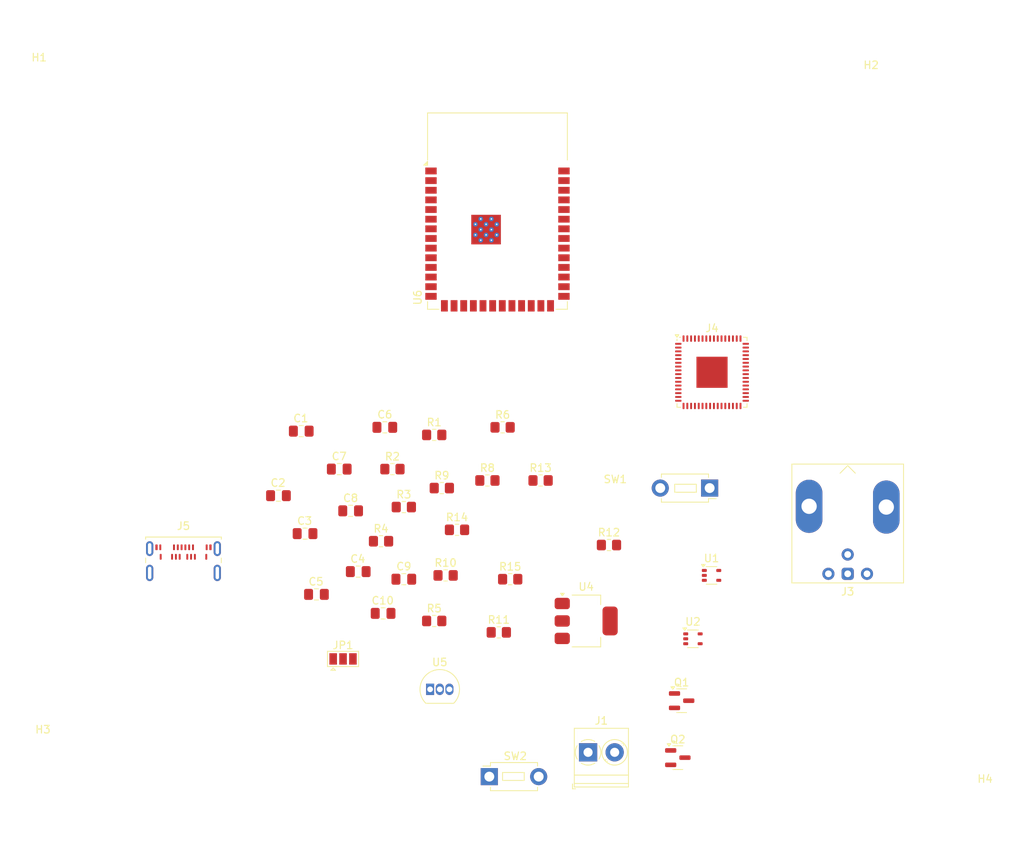
<source format=kicad_pcb>
(kicad_pcb (version 20240108) (generator "pcbnew") (generator_version "8.0")
  (layers (0 "F.Cu" signal) (31 "B.Cu" signal) (34 "B.Paste" user) (35 "F.Paste" user) (36 "B.SilkS" user "B.Silkscreen") (37 "F.SilkS" user "F.Silkscreen") (38 "B.Mask" user) (39 "F.Mask" user) (44 "Edge.Cuts" user))
  (net 0 "")
  (net 1 "GND")
  (net 2 "+3.3 [V]")
  (net 3 "/+5 V")
  (net 4 "/+3.3 V")
  (net 5 "/GPIO0_Strapping")
  (net 6 "/CHIP_PU")
  (net 7 "Net-(U1-+)")
  (net 8 "/temp")
  (net 9 "/electrode +")
  (net 10 "/electrode -")
  (net 11 "/RXD")
  (net 12 "/DTR")
  (net 13 "/RTS")
  (net 14 "/TXD")
  (net 18 "Net-(JP1-C)")
  (net 19 "Net-(Q1-C)")
  (net 20 "Net-(Q1-B)")
  (net 21 "Net-(Q2-E)")
  (net 22 "Net-(Q2-B)")
  (net 23 "Net-(U2--)")
  (net 24 "/pH")
  (net 25 "Net-(U5-K)")
  (net 26 "/GPIO46_Strapping")
  (net 27 "/GPIO3_Strapping")
  (footprint "Package_TO_SOT_SMD:SOT-23" (layer "F.Cu") (at 154.0625 122.5)
    (property "Reference" "Q2" (at 0 -2.4 0) (layer "F.SilkS"))
    (property "Value" "SS8050")
    (fp_line (start 0 -1.56) (end -0.65 -1.56) (stroke (width 0.12)) (layer "F.SilkS"))
    (fp_line (start 0 -1.56) (end 0.65 -1.56) (stroke (width 0.12)) (layer "F.SilkS"))
    (fp_line (start 0 1.56) (end -0.65 1.56) (stroke (width 0.12)) (layer "F.SilkS"))
    (fp_line (start 0 1.56) (end 0.65 1.56) (stroke (width 0.12)) (layer "F.SilkS"))
    (fp_poly (pts (xy -1.1625 -1.51) (xy -1.4025 -1.84) (xy -0.9225 -1.84) (xy -1.1625 -1.51)) (stroke (width 0.12)) (fill solid) (layer "F.SilkS"))
    (pad "1" smd roundrect (at -0.9375 -0.95) (size 1.475 0.6) (layers "F.Cu" "F.Paste" "F.Mask") (net 22 "Net-(Q2-B)"))
    (pad "2" smd roundrect (at -0.9375 0.95) (size 1.475 0.6) (layers "F.Cu" "F.Paste" "F.Mask") (net 21 "Net-(Q2-E)"))
    (pad "3" smd roundrect (at 0.9375 0) (size 1.475 0.6) (layers "F.Cu" "F.Paste" "F.Mask") (net 12 "/DTR"))
  )
  (footprint "Capacitor_SMD:C_0805_2012Metric_Pad1.18x1.45mm_HandSolder" (layer "F.Cu") (at 112 98)
    (property "Reference" "C4" (at -0.0525 -1.68 0) (layer "F.SilkS"))
    (property "Value" "0.1 [uF]")
    (fp_line (start -0.261252 -0.735) (end 0.261252 -0.735) (stroke (width 0.12)) (layer "F.SilkS"))
    (fp_line (start -0.261252 0.735) (end 0.261252 0.735) (stroke (width 0.12)) (layer "F.SilkS"))
    (pad "1" smd roundrect (at -1.0375 0) (size 1.175 1.45) (layers "F.Cu" "F.Paste" "F.Mask") (roundrect_rratio 0.212766) (net 2 "+3.3 [V]"))
    (pad "2" smd roundrect (at 1.0375 0) (size 1.175 1.45) (layers "F.Cu" "F.Paste" "F.Mask") (roundrect_rratio 0.212766) (net 1 "GND"))
  )
  (footprint "Button_Switch_THT:SW_PUSH_1P1T_6x3.5mm_H5.0_APEM_MJTP1250" (layer "F.Cu") (at 158.25 87 180)
    (property "Reference" "SW1" (at 12.42 1.16 360) (layer "F.SilkS"))
    (property "Value" "SW_Push")
    (fp_line (start 6.35 1.39) (end 6.35 1.85) (stroke (width 0.12)) (layer "F.SilkS"))
    (fp_line (start 6.35 -1.85) (end 6.35 -1.39) (stroke (width 0.12)) (layer "F.SilkS"))
    (fp_line (start 6.35 -1.85) (end 0.15 -1.85) (stroke (width 0.12)) (layer "F.SilkS"))
    (fp_line (start 0.15 1.85) (end 6.35 1.85) (stroke (width 0.12)) (layer "F.SilkS"))
    (fp_line (start 0.15 1.39) (end 0.15 1.85) (stroke (width 0.12)) (layer "F.SilkS"))
    (fp_line (start 0.15 -1.39) (end -0.85 -1.39) (stroke (width 0.12)) (layer "F.SilkS"))
    (fp_line (start 0.15 -1.85) (end 0.15 -1.39) (stroke (width 0.12)) (layer "F.SilkS"))
    (fp_rect (start 1.75 -0.55) (end 4.6 0.5) (stroke (width 0.12)) (fill none) (layer "F.SilkS"))
    (pad "1" thru_hole rect (at 0 0 270) (size 2.25 2.25) (drill 1.3) (layers "*.Cu" "*.Mask") (net 1 "GND"))
    (pad "2" thru_hole circle (at 6.5 0 270) (size 2.25 2.25) (drill 1.3) (layers "*.Cu" "*.Mask") (net 5 "/GPIO0_Strapping"))
  )
  (footprint "Resistor_SMD:R_0805_2012Metric_Pad1.20x1.40mm_HandSolder" (layer "F.Cu") (at 115 94)
    (property "Reference" "R4" (at 0 -1.65 0) (layer "F.SilkS"))
    (property "Value" "1 [kΩ]")
    (fp_line (start -0.227064 -0.735) (end 0.227064 -0.735) (stroke (width 0.12)) (layer "F.SilkS"))
    (fp_line (start -0.227064 0.735) (end 0.227064 0.735) (stroke (width 0.12)) (layer "F.SilkS"))
    (pad "1" smd roundrect (at -1 0) (size 1.2 1.4) (layers "F.Cu" "F.Paste" "F.Mask") (roundrect_rratio 0.208333) (net 25 "Net-(U5-K)"))
    (pad "2" smd roundrect (at 1 0) (size 1.2 1.4) (layers "F.Cu" "F.Paste" "F.Mask") (roundrect_rratio 0.208333) (net 2 "+3.3 [V]"))
  )
  (footprint "Capacitor_SMD:C_0805_2012Metric_Pad1.18x1.45mm_HandSolder" (layer "F.Cu") (at 115.5 79)
    (property "Reference" "C6" (at 0 -1.68 0) (layer "F.SilkS"))
    (property "Value" "1000 [nF]")
    (fp_line (start -0.261252 -0.735) (end 0.261252 -0.735) (stroke (width 0.12)) (layer "F.SilkS"))
    (fp_line (start -0.261252 0.735) (end 0.261252 0.735) (stroke (width 0.12)) (layer "F.SilkS"))
    (pad "1" smd roundrect (at -1.0375 0) (size 1.175 1.45) (layers "F.Cu" "F.Paste" "F.Mask") (roundrect_rratio 0.212766) (net 6 "/CHIP_PU"))
    (pad "2" smd roundrect (at 1.0375 0) (size 1.175 1.45) (layers "F.Cu" "F.Paste" "F.Mask") (roundrect_rratio 0.212766) (net 1 "GND"))
  )
  (footprint "Resistor_SMD:R_0805_2012Metric_Pad1.20x1.40mm_HandSolder" (layer "F.Cu") (at 132 99)
    (property "Reference" "R15" (at 0 -1.65 0) (layer "F.SilkS"))
    (property "Value" "10 [kΩ]")
    (fp_line (start -0.227064 -0.735) (end 0.227064 -0.735) (stroke (width 0.12)) (layer "F.SilkS"))
    (fp_line (start -0.227064 0.735) (end 0.227064 0.735) (stroke (width 0.12)) (layer "F.SilkS"))
    (pad "1" smd roundrect (at -1 0) (size 1.2 1.4) (layers "F.Cu" "F.Paste" "F.Mask") (roundrect_rratio 0.208333) (net 12 "/DTR"))
    (pad "2" smd roundrect (at 1 0) (size 1.2 1.4) (layers "F.Cu" "F.Paste" "F.Mask") (roundrect_rratio 0.208333) (net 20 "Net-(Q1-B)"))
  )
  (footprint "Capacitor_SMD:C_0805_2012Metric_Pad1.18x1.45mm_HandSolder" (layer "F.Cu") (at 104.5 79.5)
    (property "Reference" "C1" (at -0.0525 -1.68 0) (layer "F.SilkS"))
    (property "Value" "0.1 [uF]")
    (fp_line (start -0.261252 -0.735) (end 0.261252 -0.735) (stroke (width 0.12)) (layer "F.SilkS"))
    (fp_line (start -0.261252 0.735) (end 0.261252 0.735) (stroke (width 0.12)) (layer "F.SilkS"))
    (pad "1" smd roundrect (at -1.0375 0) (size 1.175 1.45) (layers "F.Cu" "F.Paste" "F.Mask") (roundrect_rratio 0.212766) (net 2 "+3.3 [V]"))
    (pad "2" smd roundrect (at 1.0375 0) (size 1.175 1.45) (layers "F.Cu" "F.Paste" "F.Mask") (roundrect_rratio 0.212766) (net 1 "GND"))
  )
  (footprint "TerminalBlock_Phoenix:TerminalBlock_Phoenix_PT-1,5-2-3.5-H_1x02_P3.50mm_Horizontal" (layer "F.Cu") (at 142.25 121.8)
    (property "Reference" "J1" (at 1.75 -4.16 0) (layer "F.SilkS"))
    (property "Value" "DS18B20")
    (fp_line (start -2.05 4.16) (end -2.05 4.8) (stroke (width 0.12)) (layer "F.SilkS"))
    (fp_line (start -2.05 4.8) (end -1.65 4.8) (stroke (width 0.12)) (layer "F.SilkS"))
    (fp_line (start -1.81 -3.16) (end -1.81 4.56) (stroke (width 0.12)) (layer "F.SilkS"))
    (fp_line (start -1.81 -3.16) (end 5.31 -3.16) (stroke (width 0.12)) (layer "F.SilkS"))
    (fp_line (start -1.81 3) (end 5.31 3) (stroke (width 0.12)) (layer "F.SilkS"))
    (fp_line (start -1.81 4.1) (end 5.31 4.1) (stroke (width 0.12)) (layer "F.SilkS"))
    (fp_line (start -1.81 4.56) (end 5.31 4.56) (stroke (width 0.12)) (layer "F.SilkS"))
    (fp_line (start 2.355 0.941) (end 2.226 1.069) (stroke (width 0.12)) (layer "F.SilkS"))
    (fp_line (start 2.525 1.181) (end 2.431 1.274) (stroke (width 0.12)) (layer "F.SilkS"))
    (fp_line (start 4.57 -1.275) (end 4.476 -1.181) (stroke (width 0.12)) (layer "F.SilkS"))
    (fp_line (start 4.775 -1.069) (end 4.646 -0.941) (stroke (width 0.12)) (layer "F.SilkS"))
    (fp_line (start 5.31 -3.16) (end 5.31 4.56) (stroke (width 0.12)) (layer "F.SilkS"))
    (fp_arc (start -1.425358 0.889894) (mid -1.680286 0.014012) (end -1.44 -0.866) (stroke (width 0.12)) (layer "F.SilkS"))
    (fp_arc (start -0.889894 -1.425358) (mid -0.014012 -1.680286) (end 0.866 -1.44) (stroke (width 0.12)) (layer "F.SilkS"))
    (fp_arc (start 0.028674 1.680099) (mid -0.435535 1.622918) (end -0.866 1.44) (stroke (width 0.12)) (layer "F.SilkS"))
    (fp_arc (start 0.890264 1.424721) (mid 0.463071 1.61492) (end 0 1.68) (stroke (width 0.12)) (layer "F.SilkS"))
    (fp_arc (start 1.425504 -0.890193) (mid 1.680626 0.000476) (end 1.425 0.891) (stroke (width 0.12)) (layer "F.SilkS"))
    (fp_circle (center 3.5 0) (end 5.18 0) (stroke (width 0.12)) (fill none) (layer "F.SilkS"))
    (pad "1" thru_hole rect (at 0 0) (size 2.4 2.4) (drill 1.2) (layers "*.Cu" "*.Mask") (net 8 "/temp"))
    (pad "2" thru_hole circle (at 3.5 0) (size 2.4 2.4) (drill 1.2) (layers "*.Cu" "*.Mask") (net 2 "+3.3 [V]"))
  )
  (footprint "Capacitor_SMD:C_0805_2012Metric_Pad1.18x1.45mm_HandSolder" (layer "F.Cu") (at 115.2725 103.5)
    (property "Reference" "C10" (at -0.0525 -1.68 0) (layer "F.SilkS"))
    (property "Value" "100 [uF]")
    (fp_line (start -0.261252 -0.735) (end 0.261252 -0.735) (stroke (width 0.12)) (layer "F.SilkS"))
    (fp_line (start -0.261252 0.735) (end 0.261252 0.735) (stroke (width 0.12)) (layer "F.SilkS"))
    (pad "1" smd roundrect (at -1.0375 0) (size 1.175 1.45) (layers "F.Cu" "F.Paste" "F.Mask") (roundrect_rratio 0.212766) (net 4 "/+3.3 V"))
    (pad "2" smd roundrect (at 1.0375 0) (size 1.175 1.45) (layers "F.Cu" "F.Paste" "F.Mask") (roundrect_rratio 0.212766) (net 1 "GND"))
  )
  (footprint "Jumper:SolderJumper-3_P1.3mm_Open_Pad1.0x1.5mm" (layer "F.Cu") (at 110 109.5)
    (property "Reference" "JP1" (at 0 -1.8 0) (layer "F.SilkS"))
    (property "Value" "SolderJumper_3_Open")
    (fp_line (start -2.05 -1) (end 2.05 -1) (stroke (width 0.12)) (layer "F.SilkS"))
    (fp_line (start -2.05 1) (end -2.05 -1) (stroke (width 0.12)) (layer "F.SilkS"))
    (fp_line (start -1.6 1.5) (end -1 1.5) (stroke (width 0.12)) (layer "F.SilkS"))
    (fp_line (start -1.3 1.2) (end -1.6 1.5) (stroke (width 0.12)) (layer "F.SilkS"))
    (fp_line (start -1.3 1.2) (end -1 1.5) (stroke (width 0.12)) (layer "F.SilkS"))
    (fp_line (start 2.05 -1) (end 2.05 1) (stroke (width 0.12)) (layer "F.SilkS"))
    (fp_line (start 2.05 1) (end -2.05 1) (stroke (width 0.12)) (layer "F.SilkS"))
    (pad "1" smd rect (at -1.3 0) (size 1 1.5) (layers "F.Cu" "F.Mask") (net 2 "+3.3 [V]"))
    (pad "2" smd rect (at 0 0) (size 1 1.5) (layers "F.Cu" "F.Mask") (net 18 "Net-(JP1-C)"))
    (pad "3" smd rect (at 1.3 0) (size 1 1.5) (layers "F.Cu" "F.Mask") (net 1 "GND"))
  )
  (footprint "Resistor_SMD:R_0805_2012Metric_Pad1.20x1.40mm_HandSolder" (layer "F.Cu") (at 129 86)
    (property "Reference" "R8" (at 0 -1.65 0) (layer "F.SilkS"))
    (property "Value" "1 [kΩ]")
    (fp_line (start -0.227064 -0.735) (end 0.227064 -0.735) (stroke (width 0.12)) (layer "F.SilkS"))
    (fp_line (start -0.227064 0.735) (end 0.227064 0.735) (stroke (width 0.12)) (layer "F.SilkS"))
    (pad "1" smd roundrect (at -1 0) (size 1.2 1.4) (layers "F.Cu" "F.Paste" "F.Mask") (roundrect_rratio 0.208333) (net 26 "/GPIO46_Strapping"))
    (pad "2" smd roundrect (at 1 0) (size 1.2 1.4) (layers "F.Cu" "F.Paste" "F.Mask") (roundrect_rratio 0.208333) (net 2 "+3.3 [V]"))
  )
  (footprint "Resistor_SMD:R_0805_2012Metric_Pad1.20x1.40mm_HandSolder" (layer "F.Cu") (at 118 89.5)
    (property "Reference" "R3" (at 0 -1.65 0) (layer "F.SilkS"))
    (property "Value" "10 [kΩ]")
    (fp_line (start -0.227064 -0.735) (end 0.227064 -0.735) (stroke (width 0.12)) (layer "F.SilkS"))
    (fp_line (start -0.227064 0.735) (end 0.227064 0.735) (stroke (width 0.12)) (layer "F.SilkS"))
    (pad "1" smd roundrect (at -1 0) (size 1.2 1.4) (layers "F.Cu" "F.Paste" "F.Mask") (roundrect_rratio 0.208333) (net 24 "/pH"))
    (pad "2" smd roundrect (at 1 0) (size 1.2 1.4) (layers "F.Cu" "F.Paste" "F.Mask") (roundrect_rratio 0.208333) (net 23 "Net-(U2--)"))
  )
  (footprint "MountingHole:MountingHole_3.2mm_M3" (layer "F.Cu") (at 194.5 129.5)
    (property "Reference" "H4" (at 0 -4.2 0) (layer "F.SilkS"))
    (property "Value" "MountingHole")
    (pad "" np_thru_hole circle (at 0 0) (size 3.2 3.2) (drill 3.2) (layers "*.Cu" "*.Mask"))
  )
  (footprint "Capacitor_SMD:C_0805_2012Metric_Pad1.18x1.45mm_HandSolder" (layer "F.Cu") (at 111 90)
    (property "Reference" "C8" (at 0 -1.68 0) (layer "F.SilkS"))
    (property "Value" "0.1 [uF]")
    (fp_line (start -0.261252 -0.735) (end 0.261252 -0.735) (stroke (width 0.12)) (layer "F.SilkS"))
    (fp_line (start -0.261252 0.735) (end 0.261252 0.735) (stroke (width 0.12)) (layer "F.SilkS"))
    (pad "1" smd roundrect (at -1.0375 0) (size 1.175 1.45) (layers "F.Cu" "F.Paste" "F.Mask") (roundrect_rratio 0.212766) (net 4 "/+3.3 V"))
    (pad "2" smd roundrect (at 1.0375 0) (size 1.175 1.45) (layers "F.Cu" "F.Paste" "F.Mask") (roundrect_rratio 0.212766) (net 1 "GND"))
  )
  (footprint "Resistor_SMD:R_0805_2012Metric_Pad1.20x1.40mm_HandSolder" (layer "F.Cu") (at 122 80)
    (property "Reference" "R1" (at 0 -1.65 0) (layer "F.SilkS"))
    (property "Value" "4.7 [kΩ]")
    (fp_line (start -0.227064 -0.735) (end 0.227064 -0.735) (stroke (width 0.12)) (layer "F.SilkS"))
    (fp_line (start -0.227064 0.735) (end 0.227064 0.735) (stroke (width 0.12)) (layer "F.SilkS"))
    (pad "1" smd roundrect (at -1 0) (size 1.2 1.4) (layers "F.Cu" "F.Paste" "F.Mask") (roundrect_rratio 0.208333) (net 8 "/temp"))
    (pad "2" smd roundrect (at 1 0) (size 1.2 1.4) (layers "F.Cu" "F.Paste" "F.Mask") (roundrect_rratio 0.208333) (net 2 "+3.3 [V]"))
  )
  (footprint "Connector_Coaxial:BNC_Amphenol_031-6575_Horizontal" (layer "F.Cu") (at 176.42 98.29)
    (property "Reference" "J3" (at 0 2.35 0) (layer "F.SilkS"))
    (property "Value" "pH Probe")
    (fp_line (start -7.35 -14.45) (end 7.35 -14.45) (stroke (width 0.12)) (layer "F.SilkS"))
    (fp_line (start -7.35 1.2) (end -7.35 -14.45) (stroke (width 0.12)) (layer "F.SilkS"))
    (fp_line (start 0 -14.25) (end -1 -13.25) (stroke (width 0.12)) (layer "F.SilkS"))
    (fp_line (start 0 -14.25) (end 1 -13.25) (stroke (width 0.12)) (layer "F.SilkS"))
    (fp_line (start 7.35 -14.45) (end 7.35 1.2) (stroke (width 0.12)) (layer "F.SilkS"))
    (fp_line (start 7.35 1.2) (end -7.35 1.2) (stroke (width 0.12)) (layer "F.SilkS"))
    (pad "" thru_hole oval (at -5.08 -8.89) (size 3.5 7) (drill 2.01) (layers "*.Cu" "*.Mask"))
    (pad "" thru_hole oval (at 5.08 -8.79) (size 3.5 7) (drill 2.01) (layers "*.Cu" "*.Mask"))
    (pad "1" thru_hole roundrect (at 0 0) (size 1.6 1.6) (drill 0.89) (layers "*.Cu" "*.Mask") (net 9 "/electrode +"))
    (pad "2" thru_hole circle (at -2.54 0) (size 1.6 1.6) (drill 0.89) (layers "*.Cu" "*.Mask") (net 10 "/electrode -"))
    (pad "3" thru_hole circle (at 0 -2.54) (size 1.6 1.6) (drill 0.89) (layers "*.Cu" "*.Mask"))
    (pad "4" thru_hole circle (at 2.54 0) (size 1.6 1.6) (drill 0.89) (layers "*.Cu" "*.Mask"))
  )
  (footprint "Connector_USB:USB_C_Receptacle_Amphenol_124019772112A" (layer "F.Cu") (at 89 98)
    (property "Reference" "J5" (at 0 -6 0) (layer "F.SilkS"))
    (property "Value" "USB_C_Receptacle_PowerOnly_6P")
    (fp_line (start -4.98 -4.555) (end -4.98 -4.26) (stroke (width 0.12)) (layer "F.SilkS"))
    (fp_line (start -4.98 -1.16) (end -4.98 -1.79) (stroke (width 0.12)) (layer "F.SilkS"))
    (fp_line (start 4.98 -4.555) (end -4.98 -4.555) (stroke (width 0.12)) (layer "F.SilkS"))
    (fp_line (start 4.98 -4.26) (end 4.98 -4.555) (stroke (width 0.12)) (layer "F.SilkS"))
    (fp_line (start 4.98 -1.16) (end 4.98 -1.79) (stroke (width 0.12)) (layer "F.SilkS"))
    (pad "A1" smd roundrect (at -3.55 -3.2) (size 0.3 0.75) (layers "F.Cu" "F.Paste" "F.Mask"))
    (pad "A1" smd roundrect (at -3.05 -3.2) (size 0.25 0.75) (layers "F.Cu" "F.Paste" "F.Mask"))
    (pad "A1" smd roundrect (at 3.55 -3.2) (size 0.3 0.75) (layers "F.Cu" "F.Paste" "F.Mask"))
    (pad "A4" smd roundrect (at -1.25 -3.2) (size 0.25 0.75) (layers "F.Cu" "F.Paste" "F.Mask"))
    (pad "A5" smd roundrect (at -0.75 -3.2) (size 0.25 0.75) (layers "F.Cu" "F.Paste" "F.Mask"))
    (pad "A6" smd roundrect (at -0.25 -3.2) (size 0.25 0.75) (layers "F.Cu" "F.Paste" "F.Mask"))
    (pad "A7" smd roundrect (at 0.25 -3.2) (size 0.25 0.75) (layers "F.Cu" "F.Paste" "F.Mask"))
    (pad "A8" smd roundrect (at 0.75 -3.2) (size 0.25 0.75) (layers "F.Cu" "F.Paste" "F.Mask"))
    (pad "A9" smd roundrect (at 1.25 -3.2) (size 0.25 0.75) (layers "F.Cu" "F.Paste" "F.Mask") (net 3 "/+5 V"))
    (pad "A12" smd roundrect (at 3.05 -3.2) (size 0.25 0.75) (layers "F.Cu" "F.Paste" "F.Mask") (net 1 "GND"))
    (pad "B1" smd roundrect (at 3 -1.95) (size 0.25 0.75) (layers "F.Cu" "F.Paste" "F.Mask"))
    (pad "B4" smd roundrect (at 1.5 -1.95) (size 0.25 0.75) (layers "F.Cu" "F.Paste" "F.Mask"))
    (pad "B5" smd roundrect (at 1 -1.95) (size 0.25 0.75) (layers "F.Cu" "F.Paste" "F.Mask"))
    (pad "B6" smd roundrect (at 0.5 -1.95) (size 0.25 0.75) (layers "F.Cu" "F.Paste" "F.Mask"))
    (pad "B7" smd roundrect (at -0.5 -1.95) (size 0.25 0.75) (layers "F.Cu" "F.Paste" "F.Mask"))
    (pad "B8" smd roundrect (at -1 -1.95) (size 0.25 0.75) (layers "F.Cu" "F.Paste" "F.Mask"))
    (pad "B9" smd roundrect (at -1.5 -1.95) (size 0.25 0.75) (layers "F.Cu" "F.Paste" "F.Mask") (net 3 "/+5 V"))
    (pad "B12" smd roundrect (at -3 -1.95) (size 0.25 0.75) (layers "F.Cu" "F.Paste" "F.Mask") (net 1 "GND"))
    (pad "S1" thru_hole oval (at -4.45 -3.025) (size 0.95 1.95) (drill oval 0.45 1.45) (property pad_prop_heatsink) (layers "*.Cu" "*.Mask"))
    (pad "S1" thru_hole oval (at -4.45 0.175) (size 0.95 2.15) (drill oval 0.45 1.65) (property pad_prop_heatsink) (layers "*.Cu" "*.Mask"))
    (pad "S1" thru_hole oval (at 4.45 -3.025) (size 0.95 1.95) (drill oval 0.45 1.45) (property pad_prop_heatsink) (layers "*.Cu" "*.Mask"))
    (pad "S1" thru_hole oval (at 4.45 0.175) (size 0.95 2.15) (drill oval 0.45 1.65) (property pad_prop_heatsink) (layers "*.Cu" "*.Mask"))
  )
  (footprint "Resistor_SMD:R_0805_2012Metric_Pad1.20x1.40mm_HandSolder" (layer "F.Cu") (at 123 87)
    (property "Reference" "R9" (at 0 -1.65 0) (layer "F.SilkS"))
    (property "Value" "1 [kΩ]")
    (fp_line (start -0.227064 -0.735) (end 0.227064 -0.735) (stroke (width 0.12)) (layer "F.SilkS"))
    (fp_line (start -0.227064 0.735) (end 0.227064 0.735) (stroke (width 0.12)) (layer "F.SilkS"))
    (pad "1" smd roundrect (at -1 0) (size 1.2 1.4) (layers "F.Cu" "F.Paste" "F.Mask") (roundrect_rratio 0.208333) (net 27 "/GPIO3_Strapping"))
    (pad "2" smd roundrect (at 1 0) (size 1.2 1.4) (layers "F.Cu" "F.Paste" "F.Mask") (roundrect_rratio 0.208333) (net 18 "Net-(JP1-C)"))
  )
  (footprint "Capacitor_SMD:C_0805_2012Metric_Pad1.18x1.45mm_HandSolder" (layer "F.Cu") (at 118 99)
    (property "Reference" "C9" (at 0 -1.68 0) (layer "F.SilkS"))
    (property "Value" "10 [uF]")
    (fp_line (start -0.261252 -0.735) (end 0.261252 -0.735) (stroke (width 0.12)) (layer "F.SilkS"))
    (fp_line (start -0.261252 0.735) (end 0.261252 0.735) (stroke (width 0.12)) (layer "F.SilkS"))
    (pad "1" smd roundrect (at -1.0375 0) (size 1.175 1.45) (layers "F.Cu" "F.Paste" "F.Mask") (roundrect_rratio 0.212766) (net 4 "/+3.3 V"))
    (pad "2" smd roundrect (at 1.0375 0) (size 1.175 1.45) (layers "F.Cu" "F.Paste" "F.Mask") (roundrect_rratio 0.212766) (net 1 "GND"))
  )
  (footprint "Resistor_SMD:R_0805_2012Metric_Pad1.20x1.40mm_HandSolder" (layer "F.Cu") (at 123.5 98.5)
    (property "Reference" "R10" (at 0 -1.65 0) (layer "F.SilkS"))
    (property "Value" "100 [kΩ]")
    (fp_line (start -0.227064 -0.735) (end 0.227064 -0.735) (stroke (width 0.12)) (layer "F.SilkS"))
    (fp_line (start -0.227064 0.735) (end 0.227064 0.735) (stroke (width 0.12)) (layer "F.SilkS"))
    (pad "1" smd roundrect (at -1 0) (size 1.2 1.4) (layers "F.Cu" "F.Paste" "F.Mask") (roundrect_rratio 0.208333) (net 5 "/GPIO0_Strapping"))
    (pad "2" smd roundrect (at 1 0) (size 1.2 1.4) (layers "F.Cu" "F.Paste" "F.Mask") (roundrect_rratio 0.208333) (net 2 "+3.3 [V]"))
  )
  (footprint "Package_TO_SOT_SMD:SOT-353_SC-70-5" (layer "F.Cu") (at 156.05 106.85)
    (property "Reference" "U2" (at 0 -2.25 0) (layer "F.SilkS"))
    (property "Value" "TLC4502")
    (fp_line (start -0.71 -1.16) (end 0.7 -1.16) (stroke (width 0.12)) (layer "F.SilkS"))
    (fp_line (start -0.7 1.16) (end 0.7 1.16) (stroke (width 0.12)) (layer "F.SilkS"))
    (fp_poly (pts (xy -1.08 -1.11) (xy -1.32 -1.44) (xy -0.84 -1.44) (xy -1.08 -1.11)) (stroke (width 0.12)) (fill solid) (layer "F.SilkS"))
    (pad "1" smd roundrect (at -0.95 -0.65) (size 0.65 0.4) (layers "F.Cu" "F.Paste" "F.Mask") (net 9 "/electrode +"))
    (pad "2" smd roundrect (at -0.95 0) (size 0.65 0.4) (layers "F.Cu" "F.Paste" "F.Mask") (net 1 "GND"))
    (pad "3" smd roundrect (at -0.95 0.65) (size 0.65 0.4) (layers "F.Cu" "F.Paste" "F.Mask") (net 23 "Net-(U2--)"))
    (pad "4" smd roundrect (at 0.95 0.65) (size 0.65 0.4) (layers "F.Cu" "F.Paste" "F.Mask") (net 24 "/pH"))
    (pad "5" smd roundrect (at 0.95 -0.65) (size 0.65 0.4) (layers "F.Cu" "F.Paste" "F.Mask") (net 2 "+3.3 [V]"))
  )
  (footprint "Resistor_SMD:R_0805_2012Metric_Pad1.20x1.40mm_HandSolder" (layer "F.Cu") (at 145 94.5)
    (property "Reference" "R12" (at 0 -1.65 0) (layer "F.SilkS"))
    (property "Value" "10 [kΩ]")
    (fp_line (start -0.227064 -0.735) (end 0.227064 -0.735) (stroke (width 0.12)) (layer "F.SilkS"))
    (fp_line (start -0.227064 0.735) (end 0.227064 0.735) (stroke (width 0.12)) (layer "F.SilkS"))
    (pad "1" smd roundrect (at -1 0) (size 1.2 1.4) (layers "F.Cu" "F.Paste" "F.Mask") (roundrect_rratio 0.208333) (net 19 "Net-(Q1-C)"))
    (pad "2" smd roundrect (at 1 0) (size 1.2 1.4) (layers "F.Cu" "F.Paste" "F.Mask") (roundrect_rratio 0.208333) (net 6 "/CHIP_PU"))
  )
  (footprint "Resistor_SMD:R_0805_2012Metric_Pad1.20x1.40mm_HandSolder" (layer "F.Cu") (at 136 86)
    (property "Reference" "R13" (at 0 -1.65 0) (layer "F.SilkS"))
    (property "Value" "10 [kΩ]")
    (fp_line (start -0.227064 -0.735) (end 0.227064 -0.735) (stroke (width 0.12)) (layer "F.SilkS"))
    (fp_line (start -0.227064 0.735) (end 0.227064 0.735) (stroke (width 0.12)) (layer "F.SilkS"))
    (pad "1" smd roundrect (at -1 0) (size 1.2 1.4) (layers "F.Cu" "F.Paste" "F.Mask") (roundrect_rratio 0.208333) (net 21 "Net-(Q2-E)"))
    (pad "2" smd roundrect (at 1 0) (size 1.2 1.4) (layers "F.Cu" "F.Paste" "F.Mask") (roundrect_rratio 0.208333) (net 5 "/GPIO0_Strapping"))
  )
  (footprint "MountingHole:MountingHole_3.2mm_M3" (layer "F.Cu") (at 70 34.5)
    (property "Reference" "H1" (at 0 -4.2 0) (layer "F.SilkS"))
    (property "Value" "MountingHole")
    (pad "" np_thru_hole circle (at 0 0) (size 3.2 3.2) (drill 3.2) (layers "*.Cu" "*.Mask"))
  )
  (footprint "Resistor_SMD:R_0805_2012Metric_Pad1.20x1.40mm_HandSolder" (layer "F.Cu") (at 116.5 84.5)
    (property "Reference" "R2" (at 0 -1.65 0) (layer "F.SilkS"))
    (property "Value" "10 [kΩ]")
    (fp_line (start -0.227064 -0.735) (end 0.227064 -0.735) (stroke (width 0.12)) (layer "F.SilkS"))
    (fp_line (start -0.227064 0.735) (end 0.227064 0.735) (stroke (width 0.12)) (layer "F.SilkS"))
    (pad "1" smd roundrect (at -1 0) (size 1.2 1.4) (layers "F.Cu" "F.Paste" "F.Mask") (roundrect_rratio 0.208333) (net 1 "GND"))
    (pad "2" smd roundrect (at 1 0) (size 1.2 1.4) (layers "F.Cu" "F.Paste" "F.Mask") (roundrect_rratio 0.208333) (net 23 "Net-(U2--)"))
  )
  (footprint "RF_Module:ESP32-S3-WROOM-1" (layer "F.Cu") (at 130.325 50.5)
    (property "Reference" "U6" (at -10.5 11.4 90) (layer "F.SilkS"))
    (property "Value" "ESP32-S3-WROOM-1")
    (fp_line (start -9.2 -12.9) (end -9.2 -6.7) (stroke (width 0.12)) (layer "F.SilkS"))
    (fp_line (start -9.2 -12.9) (end 9.2 -12.9) (stroke (width 0.12)) (layer "F.SilkS"))
    (fp_line (start -9.2 11.95) (end -9.2 12.95) (stroke (width 0.12)) (layer "F.SilkS"))
    (fp_line (start -9.2 12.95) (end -7.7 12.95) (stroke (width 0.12)) (layer "F.SilkS"))
    (fp_line (start 9.2 -12.9) (end 9.2 -6.7) (stroke (width 0.12)) (layer "F.SilkS"))
    (fp_line (start 9.2 12.95) (end 7.7 12.95) (stroke (width 0.12)) (layer "F.SilkS"))
    (fp_line (start 9.2 12.95) (end 9.2 11.95) (stroke (width 0.12)) (layer "F.SilkS"))
    (fp_poly (pts (xy -9.2 -6.025) (xy -9.7 -6.025) (xy -9.2 -6.525) (xy -9.2 -6.025)) (stroke (width 0.12)) (fill solid) (layer "F.SilkS"))
    (pad "1" smd rect (at -8.75 -5.26) (size 1.5 0.9) (layers "F.Cu" "F.Paste" "F.Mask") (net 1 "GND"))
    (pad "2" smd rect (at -8.75 -3.99) (size 1.5 0.9) (layers "F.Cu" "F.Paste" "F.Mask") (net 4 "/+3.3 V"))
    (pad "3" smd rect (at -8.75 -2.72) (size 1.5 0.9) (layers "F.Cu" "F.Paste" "F.Mask") (net 6 "/CHIP_PU"))
    (pad "4" smd rect (at -8.75 -1.45) (size 1.5 0.9) (layers "F.Cu" "F.Paste" "F.Mask") (net 8 "/temp"))
    (pad "5" smd rect (at -8.75 -0.18) (size 1.5 0.9) (layers "F.Cu" "F.Paste" "F.Mask") (net 24 "/pH"))
    (pad "6" smd rect (at -8.75 1.09) (size 1.5 0.9) (layers "F.Cu" "F.Paste" "F.Mask"))
    (pad "7" smd rect (at -8.75 2.36) (size 1.5 0.9) (layers "F.Cu" "F.Paste" "F.Mask"))
    (pad "8" smd rect (at -8.75 3.63) (size 1.5 0.9) (layers "F.Cu" "F.Paste" "F.Mask"))
    (pad "9" smd rect (at -8.75 4.9) (size 1.5 0.9) (layers "F.Cu" "F.Paste" "F.Mask"))
    (pad "10" smd rect (at -8.75 6.17) (size 1.5 0.9) (layers "F.Cu" "F.Paste" "F.Mask"))
    (pad "11" smd rect (at -8.75 7.44) (size 1.5 0.9) (layers "F.Cu" "F.Paste" "F.Mask"))
    (pad "12" smd rect (at -8.75 8.71) (size 1.5 0.9) (layers "F.Cu" "F.Paste" "F.Mask"))
    (pad "13" smd rect (at -8.75 9.98) (size 1.5 0.9) (layers "F.Cu" "F.Paste" "F.Mask"))
    (pad "14" smd rect (at -8.75 11.25 180) (size 1.5 0.9) (layers "F.Cu" "F.Paste" "F.Mask"))
    (pad "15" smd rect (at -6.985 12.5 270) (size 1.5 0.9) (layers "F.Cu" "F.Paste" "F.Mask") (net 27 "/GPIO3_Strapping"))
    (pad "16" smd rect (at -5.715 12.5 270) (size 1.5 0.9) (layers "F.Cu" "F.Paste" "F.Mask") (net 26 "/GPIO46_Strapping"))
    (pad "17" smd rect (at -4.445 12.5 270) (size 1.5 0.9) (layers "F.Cu" "F.Paste" "F.Mask"))
    (pad "18" smd rect (at -3.175 12.5 270) (size 1.5 0.9) (layers "F.Cu" "F.Paste" "F.Mask"))
    (pad "19" smd rect (at -1.905 12.5 270) (size 1.5 0.9) (layers "F.Cu" "F.Paste" "F.Mask"))
    (pad "20" smd rect (at -0.635 12.5 270) (size 1.5 0.9) (layers "F.Cu" "F.Paste" "F.Mask"))
    (pad "21" smd rect (at 0.635 12.5 270) (size 1.5 0.9) (layers "F.Cu" "F.Paste" "F.Mask"))
    (pad "22" smd rect (at 1.905 12.5 270) (size 1.5 0.9) (layers "F.Cu" "F.Paste" "F.Mask"))
    (pad "23" smd rect (at 3.175 12.5 270) (size 1.5 0.9) (layers "F.Cu" "F.Paste" "F.Mask"))
    (pad "24" smd rect (at 4.445 12.5 270) (size 1.5 0.9) (layers "F.Cu" "F.Paste" "F.Mask"))
    (pad "25" smd rect (at 5.715 12.5 270) (size 1.5 0.9) (layers "F.Cu" "F.Paste" "F.Mask"))
    (pad "26" smd rect (at 6.985 12.5 270) (size 1.5 0.9) (layers "F.Cu" "F.Paste" "F.Mask"))
    (pad "27" smd rect (at 8.75 11.25) (size 1.5 0.9) (layers "F.Cu" "F.Paste" "F.Mask") (net 5 "/GPIO0_Strapping"))
    (pad "28" smd rect (at 8.75 9.98) (size 1.5 0.9) (layers "F.Cu" "F.Paste" "F.Mask"))
    (pad "29" smd rect (at 8.75 8.71) (size 1.5 0.9) (layers "F.Cu" "F.Paste" "F.Mask"))
    (pad "30" smd rect (at 8.75 7.44) (size 1.5 0.9) (layers "F.Cu" "F.Paste" "F.Mask"))
    (pad "31" smd rect (at 8.75 6.17) (size 1.5 0.9) (layers "F.Cu" "F.Paste" "F.Mask"))
    (pad "32" smd rect (at 8.75 4.9) (size 1.5 0.9) (layers "F.Cu" "F.Paste" "F.Mask"))
    (pad "33" smd rect (at 8.75 3.63) (size 1.5 0.9) (layers "F.Cu" "F.Paste" "F.Mask"))
    (pad "34" smd rect (at 8.75 2.36) (size 1.5 0.9) (layers "F.Cu" "F.Paste" "F.Mask"))
    (pad "35" smd rect (at 8.75 1.09) (size 1.5 0.9) (layers "F.Cu" "F.Paste" "F.Mask"))
    (pad "36" smd rect (at 8.75 -0.18) (size 1.5 0.9) (layers "F.Cu" "F.Paste" "F.Mask") (net 11 "/RXD"))
    (pad "37" smd rect (at 8.75 -1.45) (size 1.5 0.9) (layers "F.Cu" "F.Paste" "F.Mask") (net 14 "/TXD"))
    (pad "38" smd rect (at 8.75 -2.72) (size 1.5 0.9) (layers "F.Cu" "F.Paste" "F.Mask"))
    (pad "39" smd rect (at 8.75 -3.99) (size 1.5 0.9) (layers "F.Cu" "F.Paste" "F.Mask"))
    (pad "40" smd rect (at 8.75 -5.26) (size 1.5 0.9) (layers "F.Cu" "F.Paste" "F.Mask") (net 1 "GND"))
    (pad "41" thru_hole circle (at -2.9 1.76 90) (size 0.6 0.6) (drill 0.2) (property pad_prop_heatsink) (layers "*.Cu" "F.Mask") (net 1 "GND"))
    (pad "41" thru_hole circle (at -2.9 3.16) (size 0.6 0.6) (drill 0.2) (property pad_prop_heatsink) (layers "*.Cu" "F.Mask") (net 1 "GND"))
    (pad "41" thru_hole circle (at -2.2 1.06) (size 0.6 0.6) (drill 0.2) (property pad_prop_heatsink) (layers "*.Cu" "F.Mask") (net 1 "GND"))
    (pad "41" thru_hole circle (at -2.2 2.46) (size 0.6 0.6) (drill 0.2) (property pad_prop_heatsink) (layers "*.Cu" "F.Mask") (net 1 "GND"))
    (pad "41" thru_hole circle (at -2.2 3.86) (size 0.6 0.6) (drill 0.2) (property pad_prop_heatsink) (layers "*.Cu" "F.Mask") (net 1 "GND"))
    (pad "41" thru_hole circle (at -1.5 1.76) (size 0.6 0.6) (drill 0.2) (property pad_prop_heatsink) (layers "*.Cu" "F.Mask") (net 1 "GND"))
    (pad "41" smd rect (at -1.5 2.46 270) (size 3.9 3.9) (property pad_prop_heatsink) (layers "F.Cu" "F.Mask") (net 1 "GND"))
    (pad "41" thru_hole circle (at -1.5 3.16) (size 0.6 0.6) (drill 0.2) (property pad_prop_heatsink) (layers "*.Cu" "F.Mask") (net 1 "GND"))
    (pad "41" thru_hole circle (at -0.8 1.06) (size 0.6 0.6) (drill 0.2) (property pad_prop_heatsink) (layers "*.Cu" "F.Mask") (net 1 "GND"))
    (pad "41" thru_hole circle (at -0.8 2.46) (size 0.6 0.6) (drill 0.2) (property pad_prop_heatsink) (layers "*.Cu" "F.Mask") (net 1 "GND"))
    (pad "41" thru_hole circle (at -0.8 3.86) (size 0.6 0.6) (drill 0.2) (property pad_prop_heatsink) (layers "*.Cu" "F.Mask") (net 1 "GND"))
    (pad "41" thru_hole circle (at -0.1 1.76) (size 0.6 0.6) (drill 0.2) (property pad_prop_heatsink) (layers "*.Cu" "F.Mask") (net 1 "GND"))
    (pad "41" thru_hole circle (at -0.1 3.16) (size 0.6 0.6) (drill 0.2) (property pad_prop_heatsink) (layers "*.Cu" "F.Mask") (net 1 "GND"))
  )
  (footprint "Capacitor_SMD:C_0805_2012Metric_Pad1.18x1.45mm_HandSolder" (layer "F.Cu") (at 101.5 88)
    (property "Reference" "C2" (at -0.0525 -1.68 0) (layer "F.SilkS"))
    (property "Value" "10 [uF]")
    (fp_line (start -0.261252 -0.735) (end 0.261252 -0.735) (stroke (width 0.12)) (layer "F.SilkS"))
    (fp_line (start -0.261252 0.735) (end 0.261252 0.735) (stroke (width 0.12)) (layer "F.SilkS"))
    (pad "1" smd roundrect (at -1.0375 0) (size 1.175 1.45) (layers "F.Cu" "F.Paste" "F.Mask") (roundrect_rratio 0.212766) (net 3 "/+5 V"))
    (pad "2" smd roundrect (at 1.0375 0) (size 1.175 1.45) (layers "F.Cu" "F.Paste" "F.Mask") (roundrect_rratio 0.212766) (net 1 "GND"))
  )
  (footprint "Capacitor_SMD:C_0805_2012Metric_Pad1.18x1.45mm_HandSolder" (layer "F.Cu") (at 105 93)
    (property "Reference" "C3" (at -0.0525 -1.68 0) (layer "F.SilkS"))
    (property "Value" "10 [uF]")
    (fp_line (start -0.261252 -0.735) (end 0.261252 -0.735) (stroke (width 0.12)) (layer "F.SilkS"))
    (fp_line (start -0.261252 0.735) (end 0.261252 0.735) (stroke (width 0.12)) (layer "F.SilkS"))
    (pad "1" smd roundrect (at -1.0375 0) (size 1.175 1.45) (layers "F.Cu" "F.Paste" "F.Mask") (roundrect_rratio 0.212766) (net 4 "/+3.3 V"))
    (pad "2" smd roundrect (at 1.0375 0) (size 1.175 1.45) (layers "F.Cu" "F.Paste" "F.Mask") (roundrect_rratio 0.212766) (net 1 "GND"))
  )
  (footprint "Capacitor_SMD:C_0805_2012Metric_Pad1.18x1.45mm_HandSolder" (layer "F.Cu") (at 109.5 84.5)
    (property "Reference" "C7" (at 0 -1.68 0) (layer "F.SilkS"))
    (property "Value" "0.1 [uF]")
    (fp_line (start -0.261252 -0.735) (end 0.261252 -0.735) (stroke (width 0.12)) (layer "F.SilkS"))
    (fp_line (start -0.261252 0.735) (end 0.261252 0.735) (stroke (width 0.12)) (layer "F.SilkS"))
    (pad "1" smd roundrect (at -1.0375 0) (size 1.175 1.45) (layers "F.Cu" "F.Paste" "F.Mask") (roundrect_rratio 0.212766) (net 7 "Net-(U1-+)"))
    (pad "2" smd roundrect (at 1.0375 0) (size 1.175 1.45) (layers "F.Cu" "F.Paste" "F.Mask") (roundrect_rratio 0.212766) (net 1 "GND"))
  )
  (footprint "Package_TO_SOT_SMD:SOT-353_SC-70-5" (layer "F.Cu") (at 158.5 98.5)
    (property "Reference" "U1" (at 0 -2.25 0) (layer "F.SilkS"))
    (property "Value" "TLC4502")
    (fp_line (start -0.71 -1.16) (end 0.7 -1.16) (stroke (width 0.12)) (layer "F.SilkS"))
    (fp_line (start -0.7 1.16) (end 0.7 1.16) (stroke (width 0.12)) (layer "F.SilkS"))
    (fp_poly (pts (xy -1.08 -1.11) (xy -1.32 -1.44) (xy -0.84 -1.44) (xy -1.08 -1.11)) (stroke (width 0.12)) (fill solid) (layer "F.SilkS"))
    (pad "1" smd roundrect (at -0.95 -0.65) (size 0.65 0.4) (layers "F.Cu" "F.Paste" "F.Mask") (net 7 "Net-(U1-+)"))
    (pad "2" smd roundrect (at -0.95 0) (size 0.65 0.4) (layers "F.Cu" "F.Paste" "F.Mask") (net 1 "GND"))
    (pad "3" smd roundrect (at -0.95 0.65) (size 0.65 0.4) (layers "F.Cu" "F.Paste" "F.Mask") (net 10 "/electrode -"))
    (pad "4" smd roundrect (at 0.95 0.65) (size 0.65 0.4) (layers "F.Cu" "F.Paste" "F.Mask") (net 10 "/electrode -"))
    (pad "5" smd roundrect (at 0.95 -0.65) (size 0.65 0.4) (layers "F.Cu" "F.Paste" "F.Mask") (net 2 "+3.3 [V]"))
  )
  (footprint "Resistor_SMD:R_0805_2012Metric_Pad1.20x1.40mm_HandSolder" (layer "F.Cu") (at 131 79)
    (property "Reference" "R6" (at 0 -1.65 0) (layer "F.SilkS"))
    (property "Value" "10 [kΩ]")
    (fp_line (start -0.227064 -0.735) (end 0.227064 -0.735) (stroke (width 0.12)) (layer "F.SilkS"))
    (fp_line (start -0.227064 0.735) (end 0.227064 0.735) (stroke (width 0.12)) (layer "F.SilkS"))
    (pad "1" smd roundrect (at -1 0) (size 1.2 1.4) (layers "F.Cu" "F.Paste" "F.Mask") (roundrect_rratio 0.208333) (net 7 "Net-(U1-+)"))
    (pad "2" smd roundrect (at 1 0) (size 1.2 1.4) (layers "F.Cu" "F.Paste" "F.Mask") (roundrect_rratio 0.208333) (net 25 "Net-(U5-K)"))
  )
  (footprint "Capacitor_SMD:C_0805_2012Metric_Pad1.18x1.45mm_HandSolder" (layer "F.Cu") (at 106.5 101)
    (property "Reference" "C5" (at -0.0525 -1.68 0) (layer "F.SilkS"))
    (property "Value" "1000 [nF]")
    (fp_line (start -0.261252 -0.735) (end 0.261252 -0.735) (stroke (width 0.12)) (layer "F.SilkS"))
    (fp_line (start -0.261252 0.735) (end 0.261252 0.735) (stroke (width 0.12)) (layer "F.SilkS"))
    (pad "1" smd roundrect (at -1.0375 0) (size 1.175 1.45) (layers "F.Cu" "F.Paste" "F.Mask") (roundrect_rratio 0.212766) (net 5 "/GPIO0_Strapping"))
    (pad "2" smd roundrect (at 1.0375 0) (size 1.175 1.45) (layers "F.Cu" "F.Paste" "F.Mask") (roundrect_rratio 0.212766) (net 1 "GND"))
  )
  (footprint "Resistor_SMD:R_0805_2012Metric_Pad1.20x1.40mm_HandSolder" (layer "F.Cu") (at 125 92.5)
    (property "Reference" "R14" (at 0 -1.65 0) (layer "F.SilkS"))
    (property "Value" "10 [kΩ]")
    (fp_line (start -0.227064 -0.735) (end 0.227064 -0.735) (stroke (width 0.12)) (layer "F.SilkS"))
    (fp_line (start -0.227064 0.735) (end 0.227064 0.735) (stroke (width 0.12)) (layer "F.SilkS"))
    (pad "1" smd roundrect (at -1 0) (size 1.2 1.4) (layers "F.Cu" "F.Paste" "F.Mask") (roundrect_rratio 0.208333) (net 13 "/RTS"))
    (pad "2" smd roundrect (at 1 0) (size 1.2 1.4) (layers "F.Cu" "F.Paste" "F.Mask") (roundrect_rratio 0.208333) (net 22 "Net-(Q2-B)"))
  )
  (footprint "MountingHole:MountingHole_3.2mm_M3" (layer "F.Cu") (at 179.5 35.5)
    (property "Reference" "H2" (at 0 -4.2 0) (layer "F.SilkS"))
    (property "Value" "MountingHole")
    (pad "" np_thru_hole circle (at 0 0) (size 3.2 3.2) (drill 3.2) (layers "*.Cu" "*.Mask"))
  )
  (footprint "Package_TO_SOT_SMD:SOT-23" (layer "F.Cu") (at 154.5625 115)
    (property "Reference" "Q1" (at 0 -2.4 0) (layer "F.SilkS"))
    (property "Value" "SS8050")
    (fp_line (start 0 -1.56) (end -0.65 -1.56) (stroke (width 0.12)) (layer "F.SilkS"))
    (fp_line (start 0 -1.56) (end 0.65 -1.56) (stroke (width 0.12)) (layer "F.SilkS"))
    (fp_line (start 0 1.56) (end -0.65 1.56) (stroke (width 0.12)) (layer "F.SilkS"))
    (fp_line (start 0 1.56) (end 0.65 1.56) (stroke (width 0.12)) (layer "F.SilkS"))
    (fp_poly (pts (xy -1.1625 -1.51) (xy -1.4025 -1.84) (xy -0.9225 -1.84) (xy -1.1625 -1.51)) (stroke (width 0.12)) (fill solid) (layer "F.SilkS"))
    (pad "1" smd roundrect (at -0.9375 -0.95) (size 1.475 0.6) (layers "F.Cu" "F.Paste" "F.Mask") (net 20 "Net-(Q1-B)"))
    (pad "2" smd roundrect (at -0.9375 0.95) (size 1.475 0.6) (layers "F.Cu" "F.Paste" "F.Mask") (net 13 "/RTS"))
    (pad "3" smd roundrect (at 0.9375 0) (size 1.475 0.6) (layers "F.Cu" "F.Paste" "F.Mask") (net 19 "Net-(Q1-C)"))
  )
  (footprint "Resistor_SMD:R_0805_2012Metric_Pad1.20x1.40mm_HandSolder" (layer "F.Cu") (at 122 104.5)
    (property "Reference" "R5" (at 0 -1.65 0) (layer "F.SilkS"))
    (property "Value" "10 [kΩ]")
    (fp_line (start -0.227064 -0.735) (end 0.227064 -0.735) (stroke (width 0.12)) (layer "F.SilkS"))
    (fp_line (start -0.227064 0.735) (end 0.227064 0.735) (stroke (width 0.12)) (layer "F.SilkS"))
    (pad "1" smd roundrect (at -1 0) (size 1.2 1.4) (layers "F.Cu" "F.Paste" "F.Mask") (roundrect_rratio 0.208333) (net 1 "GND"))
    (pad "2" smd roundrect (at 1 0) (size 1.2 1.4) (layers "F.Cu" "F.Paste" "F.Mask") (roundrect_rratio 0.208333) (net 7 "Net-(U1-+)"))
  )
  (footprint "Button_Switch_THT:SW_PUSH_1P1T_6x3.5mm_H5.0_APEM_MJTP1250" (layer "F.Cu") (at 129.25 125)
    (property "Reference" "SW2" (at 3.42 -2.7 0) (layer "F.SilkS"))
    (property "Value" "SW_Push")
    (fp_line (start 0.15 -1.85) (end 0.15 -1.39) (stroke (width 0.12)) (layer "F.SilkS"))
    (fp_line (start 0.15 -1.39) (end -0.85 -1.39) (stroke (width 0.12)) (layer "F.SilkS"))
    (fp_line (start 0.15 1.39) (end 0.15 1.85) (stroke (width 0.12)) (layer "F.SilkS"))
    (fp_line (start 0.15 1.85) (end 6.35 1.85) (stroke (width 0.12)) (layer "F.SilkS"))
    (fp_line (start 6.35 -1.85) (end 0.15 -1.85) (stroke (width 0.12)) (layer "F.SilkS"))
    (fp_line (start 6.35 -1.85) (end 6.35 -1.39) (stroke (width 0.12)) (layer "F.SilkS"))
    (fp_line (start 6.35 1.39) (end 6.35 1.85) (stroke (width 0.12)) (layer "F.SilkS"))
    (fp_rect (start 1.75 -0.55) (end 4.6 0.5) (stroke (width 0.12)) (fill none) (layer "F.SilkS"))
    (pad "1" thru_hole rect (at 0 0 90) (size 2.25 2.25) (drill 1.3) (layers "*.Cu" "*.Mask") (net 1 "GND"))
    (pad "2" thru_hole circle (at 6.5 0 90) (size 2.25 2.25) (drill 1.3) (layers "*.Cu" "*.Mask") (net 6 "/CHIP_PU"))
  )
  (footprint "Package_DFN_QFN:QFN-64-1EP_9x9mm_P0.5mm_EP4.1x4.1mm" (layer "F.Cu") (at 158.5625 71.75)
    (property "Reference" "J4" (at 0 -5.8 0) (layer "F.SilkS"))
    (property "Value" "USB-UART Header")
    (fp_line (start -4.61 -4.135) (end -4.61 -4.37) (stroke (width 0.12)) (layer "F.SilkS"))
    (fp_line (start -4.61 4.61) (end -4.61 4.135) (stroke (width 0.12)) (layer "F.SilkS"))
    (fp_line (start -4.135 -4.61) (end -4.31 -4.61) (stroke (width 0.12)) (layer "F.SilkS"))
    (fp_line (start -4.135 4.61) (end -4.61 4.61) (stroke (width 0.12)) (layer "F.SilkS"))
    (fp_line (start 4.135 -4.61) (end 4.61 -4.61) (stroke (width 0.12)) (layer "F.SilkS"))
    (fp_line (start 4.135 4.61) (end 4.61 4.61) (stroke (width 0.12)) (layer "F.SilkS"))
    (fp_line (start 4.61 -4.61) (end 4.61 -4.135) (stroke (width 0.12)) (layer "F.SilkS"))
    (fp_line (start 4.61 4.61) (end 4.61 4.135) (stroke (width 0.12)) (layer "F.SilkS"))
    (fp_poly (pts (xy -4.61 -4.61) (xy -4.85 -4.94) (xy -4.37 -4.94) (xy -4.61 -4.61)) (stroke (width 0.12)) (fill solid) (layer "F.SilkS"))
    (pad "1" smd roundrect (at -4.4375 -3.75) (size 0.825 0.25) (layers "F.Cu" "F.Paste" "F.Mask") (net 13 "/RTS"))
    (pad "2" smd roundrect (at -4.4375 -3.25) (size 0.825 0.25) (layers "F.Cu" "F.Paste" "F.Mask") (net 12 "/DTR"))
    (pad "3" smd roundrect (at -4.4375 -2.75) (size 0.825 0.25) (layers "F.Cu" "F.Paste" "F.Mask") (net 14 "/TXD"))
    (pad "4" smd roundrect (at -4.4375 -2.25) (size 0.825 0.25) (layers "F.Cu" "F.Paste" "F.Mask") (net 11 "/RXD"))
    (pad "5" smd roundrect (at -4.4375 -1.75) (size 0.825 0.25) (layers "F.Cu" "F.Paste" "F.Mask") (net 1 "GND"))
    (pad "6" smd roundrect (at -4.4375 -1.25) (size 0.825 0.25) (layers "F.Cu" "F.Paste" "F.Mask"))
    (pad "7" smd roundrect (at -4.4375 -0.75) (size 0.825 0.25) (layers "F.Cu" "F.Paste" "F.Mask"))
    (pad "8" smd roundrect (at -4.4375 -0.25) (size 0.825 0.25) (layers "F.Cu" "F.Paste" "F.Mask"))
    (pad "9" smd roundrect (at -4.4375 0.25) (size 0.825 0.25) (layers "F.Cu" "F.Paste" "F.Mask"))
    (pad "10" smd roundrect (at -4.4375 0.75) (size 0.825 0.25) (layers "F.Cu" "F.Paste" "F.Mask"))
    (pad "11" smd roundrect (at -4.4375 1.25) (size 0.825 0.25) (layers "F.Cu" "F.Paste" "F.Mask"))
    (pad "12" smd roundrect (at -4.4375 1.75) (size 0.825 0.25) (layers "F.Cu" "F.Paste" "F.Mask"))
    (pad "13" smd roundrect (at -4.4375 2.25) (size 0.825 0.25) (layers "F.Cu" "F.Paste" "F.Mask"))
    (pad "14" smd roundrect (at -4.4375 2.75) (size 0.825 0.25) (layers "F.Cu" "F.Paste" "F.Mask"))
    (pad "15" smd roundrect (at -4.4375 3.25) (size 0.825 0.25) (layers "F.Cu" "F.Paste" "F.Mask"))
    (pad "16" smd roundrect (at -4.4375 3.75) (size 0.825 0.25) (layers "F.Cu" "F.Paste" "F.Mask"))
    (pad "17" smd roundrect (at -3.75 4.4375) (size 0.25 0.825) (layers "F.Cu" "F.Paste" "F.Mask"))
    (pad "18" smd roundrect (at -3.25 4.4375) (size 0.25 0.825) (layers "F.Cu" "F.Paste" "F.Mask"))
    (pad "19" smd roundrect (at -2.75 4.4375) (size 0.25 0.825) (layers "F.Cu" "F.Paste" "F.Mask"))
    (pad "20" smd roundrect (at -2.25 4.4375) (size 0.25 0.825) (layers "F.Cu" "F.Paste" "F.Mask"))
    (pad "21" smd roundrect (at -1.75 4.4375) (size 0.25 0.825) (layers "F.Cu" "F.Paste" "F.Mask"))
    (pad "22" smd roundrect (at -1.25 4.4375) (size 0.25 0.825) (layers "F.Cu" "F.Paste" "F.Mask"))
    (pad "23" smd roundrect (at -0.75 4.4375) (size 0.25 0.825) (layers "F.Cu" "F.Paste" "F.Mask"))
    (pad "24" smd roundrect (at -0.25 4.4375) (size 0.25 0.825) (layers "F.Cu" "F.Paste" "F.Mask"))
    (pad "25" smd roundrect (at 0.25 4.4375) (size 0.25 0.825) (layers "F.Cu" "F.Paste" "F.Mask"))
    (pad "26" smd roundrect (at 0.75 4.4375) (size 0.25 0.825) (layers "F.Cu" "F.Paste" "F.Mask"))
    (pad "27" smd roundrect (at 1.25 4.4375) (size 0.25 0.825) (layers "F.Cu" "F.Paste" "F.Mask"))
    (pad "28" smd roundrect (at 1.75 4.4375) (size 0.25 0.825) (layers "F.Cu" "F.Paste" "F.Mask"))
    (pad "29" smd roundrect (at 2.25 4.4375) (size 0.25 0.825) (layers "F.Cu" "F.Paste" "F.Mask"))
    (pad "30" smd roundrect (at 2.75 4.4375) (size 0.25 0.825) (layers "F.Cu" "F.Paste" "F.Mask"))
    (pad "31" smd roundrect (at 3.25 4.4375) (size 0.25 0.825) (layers "F.Cu" "F.Paste" "F.Mask"))
    (pad "32" smd roundrect (at 3.75 4.4375) (size 0.25 0.825) (layers "F.Cu" "F.Paste" "F.Mask"))
    (pad "33" smd roundrect (at 4.4375 3.75) (size 0.825 0.25) (layers "F.Cu" "F.Paste" "F.Mask"))
    (pad "34" smd roundrect (at 4.4375 3.25) (size 0.825 0.25) (layers "F.Cu" "F.Paste" "F.Mask"))
    (pad "35" smd roundrect (at 4.4375 2.75) (size 0.825 0.25) (layers "F.Cu" "F.Paste" "F.Mask"))
    (pad "36" smd roundrect (at 4.4375 2.25) (size 0.825 0.25) (layers "F.Cu" "F.Paste" "F.Mask"))
    (pad "37" smd roundrect (at 4.4375 1.75) (size 0.825 0.25) (layers "F.Cu" "F.Paste" "F.Mask"))
    (pad "38" smd roundrect (at 4.4375 1.25) (size 0.825 0.25) (layers "F.Cu" "F.Paste" "F.Mask"))
    (pad "39" smd roundrect (at 4.4375 0.75) (size 0.825 0.25) (layers "F.Cu" "F.Paste" "F.Mask"))
    (pad "40" smd roundrect (at 4.4375 0.25) (size 0.825 0.25) (layers "F.Cu" "F.Paste" "F.Mask"))
    (pad "41" smd roundrect (at 4.4375 -0.25) (size 0.825 0.25) (layers "F.Cu" "F.Paste" "F.Mask"))
    (pad "42" smd roundrect (at 4.4375 -0.75) (size 0.825 0.25) (layers "F.Cu" "F.Paste" "F.Mask"))
    (pad "43" smd roundrect (at 4.4375 -1.25) (size 0.825 0.25) (layers "F.Cu" "F.Paste" "F.Mask"))
    (pad "44" smd roundrect (at 4.4375 -1.75) (size 0.825 0.25) (layers "F.Cu" "F.Paste" "F.Mask"))
    (pad "45" smd roundrect (at 4.4375 -2.25) (size 0.825 0.25) (layers "F.Cu" "F.Paste" "F.Mask"))
    (pad "46" smd roundrect (at 4.4375 -2.75) (size 0.825 0.25) (layers "F.Cu" "F.Paste" "F.Mask"))
    (pad "47" smd roundrect (at 4.4375 -3.25) (size 0.825 0.25) (layers "F.Cu" "F.Paste" "F.Mask"))
    (pad "48" smd roundrect (at 4.4375 -3.75) (size 0.825 0.25) (layers "F.Cu" "F.Paste" "F.Mask"))
    (pad "49" smd roundrect (at 3.75 -4.4375) (size 0.25 0.825) (layers "F.Cu" "F.Paste" "F.Mask"))
    (pad "50" smd roundrect (at 3.25 -4.4375) (size 0.25 0.825) (layers "F.Cu" "F.Paste" "F.Mask"))
    (pad "51" smd roundrect (at 2.75 -4.4375) (size 0.25 0.825) (layers "F.Cu" "F.Paste" "F.Mask"))
    (pad "52" smd roundrect (at 2.25 -4.4375) (size 0.25 0.825) (layers "F.Cu" "F.Paste" "F.Mask"))
    (pad "53" smd roundrect (at 1.75 -4.4375) (size 0.25 0.825) (layers "F.Cu" "F.Paste" "F.Mask"))
    (pad "54" smd roundrect (at 1.25 -4.4375) (size 0.25 0.825) (layers "F.Cu" "F.Paste" "F.Mask"))
    (pad "55" smd roundrect (at 0.75 -4.4375) (size 0.25 0.825) (layers "F.Cu" "F.Paste" "F.Mask"))
    (pad "56" smd roundrect (at 0.25 -4.4375) (size 0.25 0.825) (layers "F.Cu" "F.Paste" "F.Mask"))
    (pad "57" smd roundrect (at -0.25 -4.4375) (size 0.25 0.825) (layers "F.Cu" "F.Paste" "F.Mask"))
    (pad "58" smd roundrect (at -0.75 -4.4375) (size 0.25 0.825) (layers "F.Cu" "F.Paste" "F.Mask"))
    (pad "59" smd roundrect (at -1.25 -4.4375) (size 0.25 0.825) (layers "F.Cu" "F.Paste" "F.Mask"))
    (pad "60" smd roundrect (at -1.75 -4.4375) (size 0.25 0.825) (layers "F.Cu" "F.Paste" "F.Mask"))
    (pad "61" smd roundrect (at -2.25 -4.4375) (size 0.25 0.825) (layers "F.Cu" "F.Paste" "F.Mask"))
    (pad "62" smd roundrect (at -2.75 -4.4375) (size 0.25 0.825) (layers "F.Cu" "F.Paste" "F.Mask"))
    (pad "63" smd roundrect (at -3.25 -4.4375) (size 0.25 0.825) (layers "F.Cu" "F.Paste" "F.Mask"))
    (pad "64" smd roundrect (at -3.75 -4.4375) (size 0.25 0.825) (layers "F.Cu" "F.Paste" "F.Mask"))
    (pad "65" smd rect (at 0 0) (size 4.1 4.1) (property pad_prop_heatsink) (layers "F.Cu" "F.Mask"))
  )
  (footprint "Resistor_SMD:R_0805_2012Metric_Pad1.20x1.40mm_HandSolder" (layer "F.Cu") (at 130.5 106)
    (property "Reference" "R11" (at 0 -1.65 0) (layer "F.SilkS"))
    (property "Value" "100 [kΩ]")
    (fp_line (start -0.227064 -0.735) (end 0.227064 -0.735) (stroke (width 0.12)) (layer "F.SilkS"))
    (fp_line (start -0.227064 0.735) (end 0.227064 0.735) (stroke (width 0.12)) (layer "F.SilkS"))
    (pad "1" smd roundrect (at -1 0) (size 1.2 1.4) (layers "F.Cu" "F.Paste" "F.Mask") (roundrect_rratio 0.208333) (net 6 "/CHIP_PU"))
    (pad "2" smd roundrect (at 1 0) (size 1.2 1.4) (layers "F.Cu" "F.Paste" "F.Mask") (roundrect_rratio 0.208333) (net 2 "+3.3 [V]"))
  )
  (footprint "Package_TO_SOT_SMD:SOT-223" (layer "F.Cu") (at 142 104.5)
    (property "Reference" "U4" (at 0 -4.5 0) (layer "F.SilkS"))
    (property "Value" "AZ1117-3.3")
    (fp_line (start -1.85 -3.41) (end 1.91 -3.41) (stroke (width 0.12)) (layer "F.SilkS"))
    (fp_line (start -1.85 3.41) (end 1.91 3.41) (stroke (width 0.12)) (layer "F.SilkS"))
    (fp_line (start 1.91 -3.41) (end 1.91 -2.15) (stroke (width 0.12)) (layer "F.SilkS"))
    (fp_line (start 1.91 3.41) (end 1.91 2.15) (stroke (width 0.12)) (layer "F.SilkS"))
    (fp_poly (pts (xy -3.13 -3.31) (xy -3.37 -3.64) (xy -2.89 -3.64) (xy -3.13 -3.31)) (stroke (width 0.12)) (fill solid) (layer "F.SilkS"))
    (pad "1" smd roundrect (at -3.15 -2.3) (size 2 1.5) (layers "F.Cu" "F.Paste" "F.Mask") (net 1 "GND"))
    (pad "2" smd roundrect (at -3.15 0) (size 2 1.5) (layers "F.Cu" "F.Paste" "F.Mask") (net 4 "/+3.3 V"))
    (pad "3" smd roundrect (at -3.15 2.3) (size 2 1.5) (layers "F.Cu" "F.Paste" "F.Mask") (net 3 "/+5 V"))
    (pad "4" smd roundrect (at 3.15 0) (size 2 3.8) (layers "F.Cu" "F.Paste" "F.Mask"))
  )
  (footprint "Package_TO_SOT_THT:TO-92_Inline" (layer "F.Cu") (at 121.46 113.5)
    (property "Reference" "U5" (at 1.27 -3.56 0) (layer "F.SilkS"))
    (property "Value" "TL431LP")
    (fp_line (start -0.53 1.85) (end 3.07 1.85) (stroke (width 0.12)) (layer "F.SilkS"))
    (fp_arc (start -0.568478 1.838478) (mid -1.132087 -0.994977) (end 1.27 -2.6) (stroke (width 0.12)) (layer "F.SilkS"))
    (fp_arc (start 1.27 -2.6) (mid 3.672087 -0.994977) (end 3.108478 1.838478) (stroke (width 0.12)) (layer "F.SilkS"))
    (pad "1" thru_hole rect (at 0 0) (size 1.05 1.5) (drill 0.75) (layers "*.Cu" "*.Mask") (net 25 "Net-(U5-K)"))
    (pad "2" thru_hole oval (at 1.27 0) (size 1.05 1.5) (drill 0.75) (layers "*.Cu" "*.Mask") (net 1 "GND"))
    (pad "3" thru_hole oval (at 2.54 0) (size 1.05 1.5) (drill 0.75) (layers "*.Cu" "*.Mask") (net 25 "Net-(U5-K)"))
  )
  (footprint "MountingHole:MountingHole_3.2mm_M3" (layer "F.Cu") (at 70.5 123)
    (property "Reference" "H3" (at 0 -4.2 0) (layer "F.SilkS"))
    (property "Value" "MountingHole")
    (pad "" np_thru_hole circle (at 0 0) (size 3.2 3.2) (drill 3.2) (layers "*.Cu" "*.Mask"))
  )
)
</source>
